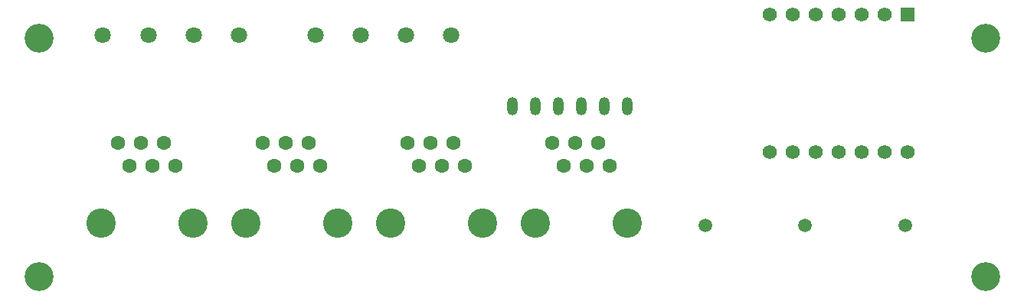
<source format=gbr>
%TF.GenerationSoftware,KiCad,Pcbnew,9.0.1*%
%TF.CreationDate,2025-04-18T12:39:12-07:00*%
%TF.ProjectId,Greenhouse Board,47726565-6e68-46f7-9573-6520426f6172,rev?*%
%TF.SameCoordinates,Original*%
%TF.FileFunction,Soldermask,Bot*%
%TF.FilePolarity,Negative*%
%FSLAX46Y46*%
G04 Gerber Fmt 4.6, Leading zero omitted, Abs format (unit mm)*
G04 Created by KiCad (PCBNEW 9.0.1) date 2025-04-18 12:39:12*
%MOMM*%
%LPD*%
G01*
G04 APERTURE LIST*
G04 Aperture macros list*
%AMRoundRect*
0 Rectangle with rounded corners*
0 $1 Rounding radius*
0 $2 $3 $4 $5 $6 $7 $8 $9 X,Y pos of 4 corners*
0 Add a 4 corners polygon primitive as box body*
4,1,4,$2,$3,$4,$5,$6,$7,$8,$9,$2,$3,0*
0 Add four circle primitives for the rounded corners*
1,1,$1+$1,$2,$3*
1,1,$1+$1,$4,$5*
1,1,$1+$1,$6,$7*
1,1,$1+$1,$8,$9*
0 Add four rect primitives between the rounded corners*
20,1,$1+$1,$2,$3,$4,$5,0*
20,1,$1+$1,$4,$5,$6,$7,0*
20,1,$1+$1,$6,$7,$8,$9,0*
20,1,$1+$1,$8,$9,$2,$3,0*%
G04 Aperture macros list end*
%ADD10RoundRect,0.102000X-0.679000X0.679000X-0.679000X-0.679000X0.679000X-0.679000X0.679000X0.679000X0*%
%ADD11C,1.562000*%
%ADD12C,3.200000*%
%ADD13C,3.250000*%
%ADD14C,1.600000*%
%ADD15O,1.200000X2.000000*%
%ADD16C,1.803400*%
%ADD17C,1.500000*%
G04 APERTURE END LIST*
D10*
%TO.C,U1*%
X196138800Y-79908400D03*
D11*
X193598800Y-79908400D03*
X191058800Y-79908400D03*
X188518800Y-79908400D03*
X185978800Y-79908400D03*
X183438800Y-79908400D03*
X180898800Y-79908400D03*
X180898800Y-95148400D03*
X183438800Y-95148400D03*
X185978800Y-95148400D03*
X188518800Y-95148400D03*
X191058800Y-95148400D03*
X193598800Y-95148400D03*
X196138800Y-95148400D03*
%TD*%
D12*
%TO.C,H4*%
X100076000Y-108966000D03*
%TD*%
%TO.C,H3*%
X100076000Y-82550000D03*
%TD*%
%TO.C,H2*%
X204724000Y-108966000D03*
%TD*%
%TO.C,H1*%
X204724000Y-82550000D03*
%TD*%
D13*
%TO.C,J5*%
X165100000Y-103085900D03*
X154940000Y-103085900D03*
D14*
X163195000Y-96735900D03*
X161925000Y-94195900D03*
X160655000Y-96735900D03*
X159385000Y-94195900D03*
X158115000Y-96735900D03*
X156845000Y-94195900D03*
%TD*%
D15*
%TO.C,U2*%
X162560000Y-90131900D03*
X165100000Y-90131900D03*
X157480000Y-90131900D03*
X160020000Y-90131900D03*
X152400000Y-90131900D03*
X154940000Y-90131900D03*
%TD*%
D16*
%TO.C,J1*%
X122163100Y-82236500D03*
X117163100Y-82236500D03*
X112163100Y-82236500D03*
X107163099Y-82236500D03*
%TD*%
%TO.C,J6*%
X145636000Y-82236500D03*
X140636000Y-82236500D03*
X135636000Y-82236500D03*
X130635999Y-82236500D03*
%TD*%
D17*
%TO.C,J9*%
X184803835Y-103307255D03*
%TD*%
%TO.C,J7*%
X195870546Y-103307255D03*
%TD*%
D13*
%TO.C,J4*%
X149092000Y-103085900D03*
X138932000Y-103085900D03*
D14*
X147187000Y-96735900D03*
X145917000Y-94195900D03*
X144647000Y-96735900D03*
X143377000Y-94195900D03*
X142107000Y-96735900D03*
X140837000Y-94195900D03*
%TD*%
D13*
%TO.C,J2*%
X117088000Y-103085900D03*
X106928000Y-103085900D03*
D14*
X115183000Y-96735900D03*
X113913000Y-94195900D03*
X112643000Y-96735900D03*
X111373000Y-94195900D03*
X110103000Y-96735900D03*
X108833000Y-94195900D03*
%TD*%
D13*
%TO.C,J3*%
X133090000Y-103085900D03*
X122930000Y-103085900D03*
D14*
X131185000Y-96735900D03*
X129915000Y-94195900D03*
X128645000Y-96735900D03*
X127375000Y-94195900D03*
X126105000Y-96735900D03*
X124835000Y-94195900D03*
%TD*%
D17*
%TO.C,J8*%
X173738823Y-103307255D03*
%TD*%
M02*

</source>
